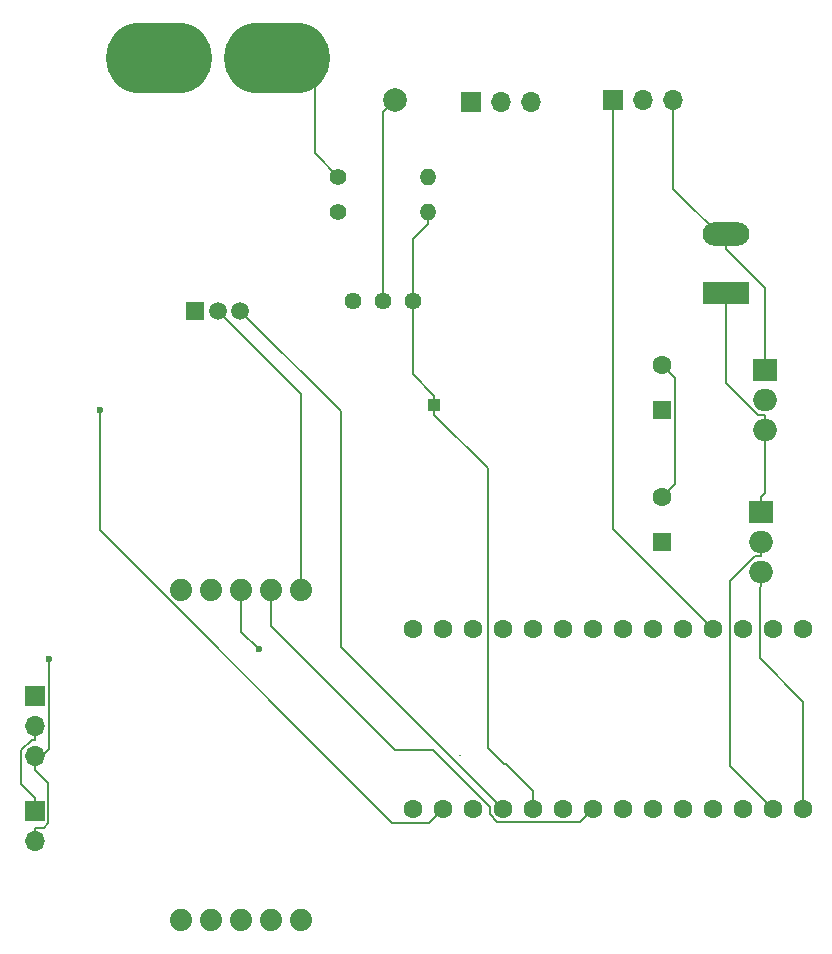
<source format=gbr>
%TF.GenerationSoftware,KiCad,Pcbnew,8.0.6*%
%TF.CreationDate,2024-10-30T13:43:03-04:00*%
%TF.ProjectId,Propulsion PCB,50726f70-756c-4736-996f-6e205043422e,3*%
%TF.SameCoordinates,Original*%
%TF.FileFunction,Copper,L2,Bot*%
%TF.FilePolarity,Positive*%
%FSLAX46Y46*%
G04 Gerber Fmt 4.6, Leading zero omitted, Abs format (unit mm)*
G04 Created by KiCad (PCBNEW 8.0.6) date 2024-10-30 13:43:03*
%MOMM*%
%LPD*%
G01*
G04 APERTURE LIST*
G04 Aperture macros list*
%AMHorizOval*
0 Thick line with rounded ends*
0 $1 width*
0 $2 $3 position (X,Y) of the first rounded end (center of the circle)*
0 $4 $5 position (X,Y) of the second rounded end (center of the circle)*
0 Add line between two ends*
20,1,$1,$2,$3,$4,$5,0*
0 Add two circle primitives to create the rounded ends*
1,1,$1,$2,$3*
1,1,$1,$4,$5*%
G04 Aperture macros list end*
%TA.AperFunction,ComponentPad*%
%ADD10C,1.879600*%
%TD*%
%TA.AperFunction,ComponentPad*%
%ADD11C,1.600000*%
%TD*%
%TA.AperFunction,ComponentPad*%
%ADD12C,1.400000*%
%TD*%
%TA.AperFunction,ComponentPad*%
%ADD13O,1.400000X1.400000*%
%TD*%
%TA.AperFunction,ComponentPad*%
%ADD14R,1.600000X1.600000*%
%TD*%
%TA.AperFunction,ComponentPad*%
%ADD15R,1.700000X1.700000*%
%TD*%
%TA.AperFunction,ComponentPad*%
%ADD16O,1.700000X1.700000*%
%TD*%
%TA.AperFunction,ComponentPad*%
%ADD17C,2.000000*%
%TD*%
%TA.AperFunction,ComponentPad*%
%ADD18R,2.000000X1.905000*%
%TD*%
%TA.AperFunction,ComponentPad*%
%ADD19O,2.000000X1.905000*%
%TD*%
%TA.AperFunction,ComponentPad*%
%ADD20R,1.000000X1.000000*%
%TD*%
%TA.AperFunction,ComponentPad*%
%ADD21R,1.500000X1.500000*%
%TD*%
%TA.AperFunction,ComponentPad*%
%ADD22C,1.500000*%
%TD*%
%TA.AperFunction,ComponentPad*%
%ADD23HorizOval,0.800000X0.000000X0.000000X0.000000X0.000000X0*%
%TD*%
%TA.AperFunction,ComponentPad*%
%ADD24HorizOval,0.800000X0.000000X0.000000X0.000000X0.000000X0*%
%TD*%
%TA.AperFunction,ComponentPad*%
%ADD25C,0.800000*%
%TD*%
%TA.AperFunction,ComponentPad*%
%ADD26O,9.000000X6.000000*%
%TD*%
%TA.AperFunction,ComponentPad*%
%ADD27R,3.960000X1.980000*%
%TD*%
%TA.AperFunction,ComponentPad*%
%ADD28O,3.960000X1.980000*%
%TD*%
%TA.AperFunction,ComponentPad*%
%ADD29C,1.440000*%
%TD*%
%TA.AperFunction,ViaPad*%
%ADD30C,0.600000*%
%TD*%
%TA.AperFunction,Conductor*%
%ADD31C,0.200000*%
%TD*%
G04 APERTURE END LIST*
D10*
%TO.P,ADC,1,RED*%
%TO.N,unconnected-(U8-RED-Pad1)*%
X205420000Y-160940000D03*
%TO.P,ADC,2,BLK*%
%TO.N,unconnected-(U8-BLK-Pad2)*%
X207960000Y-160940000D03*
%TO.P,ADC,3,WHT*%
%TO.N,unconnected-(U8-WHT-Pad3)*%
X210500000Y-160940000D03*
%TO.P,ADC,4,GRN*%
%TO.N,unconnected-(U8-GRN-Pad4)*%
X213040000Y-160940000D03*
%TO.P,ADC,5,YLW*%
%TO.N,unconnected-(U8-YLW-Pad5)*%
X215580000Y-160940000D03*
%TO.P,ADC,6,GND*%
%TO.N,GND*%
X215580000Y-133000000D03*
%TO.P,ADC,7,CLK*%
%TO.N,Net-(U4-19_A5_SCL0)*%
X213040000Y-133000000D03*
%TO.P,ADC,8,DAT*%
%TO.N,Net-(U4-18_A4_SDA0)*%
X210500000Y-133000000D03*
%TO.P,ADC,9,VCC*%
%TO.N,+5V*%
X207960000Y-133000000D03*
%TO.P,ADC,10,VDD*%
X205420000Y-133000000D03*
%TD*%
D11*
%TO.P,Teensy 4.0,1,GND*%
%TO.N,unconnected-(U4-GND-Pad1)*%
X258040000Y-136300000D03*
%TO.P,Teensy 4.0,2,0_RX1_CRX2_CS1*%
%TO.N,unconnected-(U4-0_RX1_CRX2_CS1-Pad2)*%
X255500000Y-136300000D03*
%TO.P,Teensy 4.0,3,1_TX1_CTX2_MISO1*%
%TO.N,unconnected-(U4-1_TX1_CTX2_MISO1-Pad3)*%
X252960000Y-136300000D03*
%TO.P,Teensy 4.0,4,2_OUT2*%
%TO.N,Net-(J1-Pin_1)*%
X250420000Y-136300000D03*
%TO.P,Teensy 4.0,5,3_LRCLK2*%
%TO.N,unconnected-(U4-3_LRCLK2-Pad5)*%
X247880000Y-136300000D03*
%TO.P,Teensy 4.0,6,4_BCLK2*%
%TO.N,unconnected-(U4-4_BCLK2-Pad6)*%
X245340000Y-136300000D03*
%TO.P,Teensy 4.0,7,5_IN2*%
%TO.N,Net-(IR_Receiver1-Pin_1)*%
X242800000Y-136300000D03*
%TO.P,Teensy 4.0,8,6_OUT1D*%
%TO.N,unconnected-(U4-6_OUT1D-Pad8)*%
X240260000Y-136300000D03*
%TO.P,Teensy 4.0,9,7_RX2_OUT1A*%
%TO.N,unconnected-(U4-7_RX2_OUT1A-Pad9)*%
X237720000Y-136300000D03*
%TO.P,Teensy 4.0,10,8_TX2_IN1*%
%TO.N,unconnected-(U4-8_TX2_IN1-Pad10)*%
X235180000Y-136300000D03*
%TO.P,Teensy 4.0,11,9_OUT1C*%
%TO.N,unconnected-(U4-9_OUT1C-Pad11)*%
X232640000Y-136300000D03*
%TO.P,Teensy 4.0,12,10_CS_MQSR*%
%TO.N,unconnected-(U4-10_CS_MQSR-Pad12)*%
X230100000Y-136300000D03*
%TO.P,Teensy 4.0,13,11_MOSI_CTX1*%
%TO.N,unconnected-(U4-11_MOSI_CTX1-Pad13)*%
X227560000Y-136300000D03*
%TO.P,Teensy 4.0,14,12_MISO_MQSL*%
%TO.N,unconnected-(U4-12_MISO_MQSL-Pad14)*%
X225020000Y-136300000D03*
%TO.P,Teensy 4.0,20,13_SCK_CRX1_LED*%
%TO.N,unconnected-(U4-13_SCK_CRX1_LED-Pad20)*%
X225020000Y-151540000D03*
%TO.P,Teensy 4.0,21,14_A0_TX3_SPDIF_OUT*%
%TO.N,Net-(U1-VOUT)*%
X227560000Y-151540000D03*
%TO.P,Teensy 4.0,22,15_A1_RX3_SPDIF_IN*%
%TO.N,Net-(U3-VOUT)*%
X230100000Y-151540000D03*
%TO.P,Teensy 4.0,23,16_A2_RX4_SCL1*%
%TO.N,Net-(U4-16_A2_RX4_SCL1)*%
X232640000Y-151540000D03*
%TO.P,Teensy 4.0,24,17_A3_TX4_SDA1*%
%TO.N,Net-(U4-17_A3_TX4_SDA1)*%
X235180000Y-151540000D03*
%TO.P,Teensy 4.0,25,18_A4_SDA0*%
%TO.N,Net-(U4-18_A4_SDA0)*%
X237720000Y-151540000D03*
%TO.P,Teensy 4.0,26,19_A5_SCL0*%
%TO.N,Net-(U4-19_A5_SCL0)*%
X240260000Y-151540000D03*
%TO.P,Teensy 4.0,27,20_A6_TX5_LRCLK1*%
%TO.N,unconnected-(U4-20_A6_TX5_LRCLK1-Pad27)*%
X242800000Y-151540000D03*
%TO.P,Teensy 4.0,28,21_A7_RX5_BCLK1*%
%TO.N,unconnected-(U4-21_A7_RX5_BCLK1-Pad28)*%
X245340000Y-151540000D03*
%TO.P,Teensy 4.0,29,22_A8_CTX1*%
%TO.N,unconnected-(U4-22_A8_CTX1-Pad29)*%
X247880000Y-151540000D03*
%TO.P,Teensy 4.0,30,23_A9_CRX1_MCLK1*%
%TO.N,unconnected-(U4-23_A9_CRX1_MCLK1-Pad30)*%
X250420000Y-151540000D03*
%TO.P,Teensy 4.0,31,3V3*%
%TO.N,unconnected-(U4-3V3-Pad31)*%
X252960000Y-151540000D03*
%TO.P,Teensy 4.0,32,GND*%
%TO.N,GND*%
X255500000Y-151540000D03*
%TO.P,Teensy 4.0,33,VIN*%
%TO.N,+5V*%
X258040000Y-151540000D03*
%TD*%
D12*
%TO.P,500K,1*%
%TO.N,+BATT*%
X218690000Y-98000000D03*
D13*
%TO.P,500K,2*%
%TO.N,Net-(R2-Pad2)*%
X226310000Y-98000000D03*
%TD*%
D14*
%TO.P,C2,1*%
%TO.N,+5V*%
X246140000Y-128920000D03*
D11*
%TO.P,C2,2*%
%TO.N,GND*%
X246140000Y-125120000D03*
%TD*%
D15*
%TO.P,ESC 5V In,1,Pin_1*%
%TO.N,unconnected-(J4-Pin_1-Pad1)*%
X229945000Y-91651700D03*
D16*
%TO.P,ESC 5V In,2,Pin_2*%
%TO.N,Net-(J1-Pin_2)*%
X232485000Y-91651700D03*
%TO.P,ESC 5V In,3,Pin_3*%
%TO.N,GND*%
X235025000Y-91651700D03*
%TD*%
D14*
%TO.P,C1,1*%
%TO.N,+3V3*%
X246140000Y-117722700D03*
D11*
%TO.P,C1,2*%
%TO.N,GND*%
X246140000Y-113922700D03*
%TD*%
D17*
%TO.P,BATT-,1,1*%
%TO.N,-BATT*%
X223500000Y-91500000D03*
%TD*%
D18*
%TO.P,3.3V Regulator,1,GND*%
%TO.N,GND*%
X254825000Y-114380000D03*
D19*
%TO.P,3.3V Regulator,2,VO*%
%TO.N,+3V3*%
X254825000Y-116920000D03*
%TO.P,3.3V Regulator,3,VI*%
%TO.N,+12V*%
X254825000Y-119460000D03*
%TD*%
D20*
%TO.P,TP3,1,1*%
%TO.N,Net-(U4-17_A3_TX4_SDA1)*%
X226833300Y-117333300D03*
%TD*%
D15*
%TO.P,ESC Output,1,Pin_1*%
%TO.N,Net-(J1-Pin_1)*%
X241975000Y-91500000D03*
D16*
%TO.P,ESC Output,2,Pin_2*%
%TO.N,Net-(J1-Pin_2)*%
X244515000Y-91500000D03*
%TO.P,ESC Output,3,Pin_3*%
%TO.N,GND*%
X247055000Y-91500000D03*
%TD*%
D18*
%TO.P,5V Regulator,1,VI*%
%TO.N,+12V*%
X254520000Y-126340000D03*
D19*
%TO.P,5V Regulator,2,GND*%
%TO.N,GND*%
X254520000Y-128880000D03*
%TO.P,5V Regulator,3,VO*%
%TO.N,+5V*%
X254520000Y-131420000D03*
%TD*%
D21*
%TO.P,U5,1,VCC*%
%TO.N,+3V3*%
X206600000Y-109325000D03*
D22*
%TO.P,U5,2,GND*%
%TO.N,GND*%
X208510000Y-109325000D03*
%TO.P,U5,3,VIOUT*%
%TO.N,Net-(U4-16_A2_RX4_SCL1)*%
X210420000Y-109325000D03*
D23*
%TO.P,U5,4,IP+*%
%TO.N,+BATT*%
X209560000Y-87295000D03*
D24*
X209560000Y-88555000D03*
D25*
X210310000Y-86265000D03*
X210310000Y-89585000D03*
X211510000Y-85875000D03*
X211510000Y-89975000D03*
X212840000Y-85875000D03*
X212840000Y-89975000D03*
D26*
X213510000Y-87925000D03*
D25*
X214180000Y-85875000D03*
X214180000Y-89975000D03*
X215510000Y-85875000D03*
X215510000Y-89975000D03*
X216710000Y-86265000D03*
X216710000Y-89585000D03*
X217460000Y-87295000D03*
X217460000Y-88555000D03*
%TO.P,U5,5,IP-*%
%TO.N,unconnected-(U5-IP--Pad5)*%
X199560000Y-87295000D03*
X199560000Y-88555000D03*
X200310000Y-86265000D03*
X200310000Y-89585000D03*
X201510000Y-85875000D03*
X201510000Y-89975000D03*
X202840000Y-85875000D03*
X202840000Y-89975000D03*
D26*
X203510000Y-87925000D03*
D25*
X204180000Y-85875000D03*
X204180000Y-89975000D03*
X205510000Y-85875000D03*
X205510000Y-89975000D03*
X206710000Y-86265000D03*
X206710000Y-89585000D03*
D24*
X207460000Y-87295000D03*
D23*
X207460000Y-88555000D03*
%TD*%
D12*
%TO.P,500K,1*%
%TO.N,Net-(R2-Pad2)*%
X218690000Y-101000000D03*
D13*
%TO.P,500K,2*%
%TO.N,Net-(U4-17_A3_TX4_SDA1)*%
X226310000Y-101000000D03*
%TD*%
D15*
%TO.P,IR_Rx,1,Pin_1*%
%TO.N,Net-(IR_Receiver1-Pin_1)*%
X193000000Y-141960000D03*
D16*
%TO.P,IR_Rx,2,Pin_2*%
%TO.N,+3V3*%
X193000000Y-144500000D03*
%TO.P,IR_Rx,3,Pin_3*%
%TO.N,GND*%
X193000000Y-147040000D03*
%TD*%
D27*
%TO.P,J2,1,Pin_1*%
%TO.N,+12V*%
X251520000Y-107815000D03*
D28*
%TO.P,J2,2,Pin_2*%
%TO.N,GND*%
X251520000Y-102815000D03*
%TD*%
D29*
%TO.P,Potentiometer,1*%
%TO.N,Net-(U4-17_A3_TX4_SDA1)*%
X225040000Y-108500000D03*
%TO.P,Potentiometer,2*%
%TO.N,-BATT*%
X222500000Y-108500000D03*
%TO.P,Potentiometer,3*%
%TO.N,N/C*%
X219960000Y-108500000D03*
%TD*%
D15*
%TO.P,IR_Tx,1,Pin_1*%
%TO.N,+3V3*%
X193000000Y-151725000D03*
D16*
%TO.P,IR_Tx,2,Pin_2*%
%TO.N,GND*%
X193000000Y-154265000D03*
%TD*%
D30*
%TO.N,GND*%
X194186900Y-138845000D03*
%TO.N,Net-(U1-VOUT)*%
X198500000Y-117735500D03*
%TO.N,Net-(U4-18_A4_SDA0)*%
X212000000Y-138000000D03*
%TD*%
D31*
%TO.N,Net-(U1-VOUT)*%
X223251900Y-152687100D02*
X226412900Y-152687100D01*
X198500000Y-127935200D02*
X223251900Y-152687100D01*
X198500000Y-117735500D02*
X198500000Y-127935200D01*
X226412900Y-152687100D02*
X227560000Y-151540000D01*
%TO.N,Net-(U4-19_A5_SCL0)*%
X231511600Y-151320200D02*
X226691400Y-146500000D01*
X223465700Y-146500000D02*
X213040000Y-136074300D01*
X232180900Y-152650700D02*
X231511600Y-151981400D01*
X213040000Y-136074300D02*
X213040000Y-133000000D01*
X239149300Y-152650700D02*
X232180900Y-152650700D01*
X240260000Y-151540000D02*
X239149300Y-152650700D01*
X231511600Y-151981400D02*
X231511600Y-151320200D01*
X226691400Y-146500000D02*
X223465700Y-146500000D01*
%TO.N,Net-(U4-16_A2_RX4_SCL1)*%
X218939800Y-137839800D02*
X232640000Y-151540000D01*
X218939800Y-117844800D02*
X218939800Y-137839800D01*
X210420000Y-109325000D02*
X218939800Y-117844800D01*
X228998300Y-146927600D02*
X228995900Y-146927600D01*
%TO.N,Net-(U4-17_A3_TX4_SDA1)*%
X231370000Y-122671700D02*
X226833300Y-118135000D01*
X231370000Y-146370000D02*
X231370000Y-122671700D01*
X232935000Y-147730000D02*
X232730000Y-147730000D01*
X232730000Y-147730000D02*
X231370000Y-146370000D01*
X226833300Y-118135000D02*
X226833300Y-117333300D01*
X235180000Y-151540000D02*
X235180000Y-149975000D01*
X235180000Y-149975000D02*
X232935000Y-147730000D01*
%TO.N,Net-(U4-18_A4_SDA0)*%
X210500000Y-136500000D02*
X212000000Y-138000000D01*
X210500000Y-133000000D02*
X210500000Y-136500000D01*
%TO.N,Net-(J1-Pin_1)*%
X241975000Y-91500000D02*
X241975000Y-127855000D01*
%TO.N,+12V*%
X254520000Y-125085800D02*
X254825000Y-124780800D01*
X251520000Y-115468000D02*
X254257800Y-118205800D01*
X254520000Y-126340000D02*
X254520000Y-125085800D01*
X254825000Y-124780800D02*
X254825000Y-119460000D01*
X251520000Y-107815000D02*
X251520000Y-115468000D01*
X254257800Y-118205800D02*
X254825000Y-118205800D01*
X254825000Y-119460000D02*
X254825000Y-118205800D01*
%TO.N,+3V3*%
X193000000Y-151725000D02*
X193000000Y-150573300D01*
X193000000Y-150573300D02*
X191837500Y-149410800D01*
X191837500Y-146545700D02*
X192731500Y-145651700D01*
X192731500Y-145651700D02*
X193000000Y-145651700D01*
X191837500Y-149410800D02*
X191837500Y-146545700D01*
X193000000Y-144500000D02*
X193000000Y-145651700D01*
%TO.N,GND*%
X208510000Y-109325000D02*
X215580000Y-116395000D01*
X253952800Y-130134200D02*
X254520000Y-130134200D01*
X254520000Y-128880000D02*
X254520000Y-130134200D01*
X255500000Y-151540000D02*
X251830400Y-147870400D01*
X194186900Y-146428900D02*
X194186900Y-138845000D01*
X251830400Y-147870400D02*
X251830400Y-132256600D01*
X193000000Y-147615800D02*
X193000000Y-148191700D01*
X193000000Y-147615800D02*
X194186900Y-146428900D01*
X254825000Y-107411700D02*
X254825000Y-114380000D01*
X215580000Y-116395000D02*
X215580000Y-133000000D01*
X194164600Y-152740500D02*
X194164600Y-149356300D01*
X251830400Y-132256600D02*
X253952800Y-130134200D01*
X194164600Y-149356300D02*
X193000000Y-148191700D01*
X251520000Y-103460800D02*
X247055000Y-98995800D01*
X193791800Y-153113300D02*
X194164600Y-152740500D01*
X193000000Y-153113300D02*
X193791800Y-153113300D01*
X193000000Y-147040000D02*
X193000000Y-147615800D01*
X251520000Y-104106700D02*
X254825000Y-107411700D01*
X251520000Y-102815000D02*
X251520000Y-103460800D01*
X247241700Y-124018300D02*
X246140000Y-125120000D01*
X247055000Y-98995800D02*
X247055000Y-91500000D01*
X251520000Y-103460800D02*
X251520000Y-104106700D01*
X246140000Y-113922700D02*
X247241700Y-115024400D01*
X247241700Y-115024400D02*
X247241700Y-124018300D01*
X193000000Y-154265000D02*
X193000000Y-153113300D01*
%TO.N,-BATT*%
X222500000Y-92500000D02*
X222500000Y-108500000D01*
X223500000Y-91500000D02*
X222500000Y-92500000D01*
%TO.N,Net-(J1-Pin_1)*%
X250420000Y-136300000D02*
X241975000Y-127855000D01*
%TO.N,+5V*%
X258040000Y-142438800D02*
X254375000Y-138773800D01*
X254520000Y-131420000D02*
X254520000Y-132674200D01*
X254375000Y-132819200D02*
X254520000Y-132674200D01*
X258040000Y-151540000D02*
X258040000Y-142438800D01*
X254375000Y-138773800D02*
X254375000Y-132819200D01*
%TO.N,+BATT*%
X216710000Y-96020000D02*
X218690000Y-98000000D01*
X216710000Y-89585000D02*
X216710000Y-96020000D01*
X210310000Y-89585000D02*
X210011800Y-89286800D01*
X210011800Y-89286800D02*
X209901300Y-89286800D01*
X216710000Y-89305000D02*
X216710000Y-89585000D01*
X217460000Y-88555000D02*
X216710000Y-89305000D01*
X209560000Y-88555000D02*
X209901300Y-89286800D01*
%TO.N,Net-(U4-17_A3_TX4_SDA1)*%
X225040000Y-114738300D02*
X226833300Y-116531600D01*
X225040000Y-108500000D02*
X225040000Y-114738300D01*
X226833300Y-117333300D02*
X226833300Y-116531600D01*
X225040000Y-103271700D02*
X225040000Y-108500000D01*
X226310000Y-101000000D02*
X226310000Y-102001700D01*
X226310000Y-102001700D02*
X225040000Y-103271700D01*
%TO.N,unconnected-(U5-IP--Pad5)*%
X207118700Y-89286800D02*
X207008200Y-89286800D01*
X207460000Y-88555000D02*
X207118700Y-89286800D01*
X207008200Y-89286800D02*
X206710000Y-89585000D01*
X200310000Y-89585000D02*
X199560000Y-88835000D01*
X199560000Y-88835000D02*
X199560000Y-88555000D01*
%TD*%
M02*

</source>
